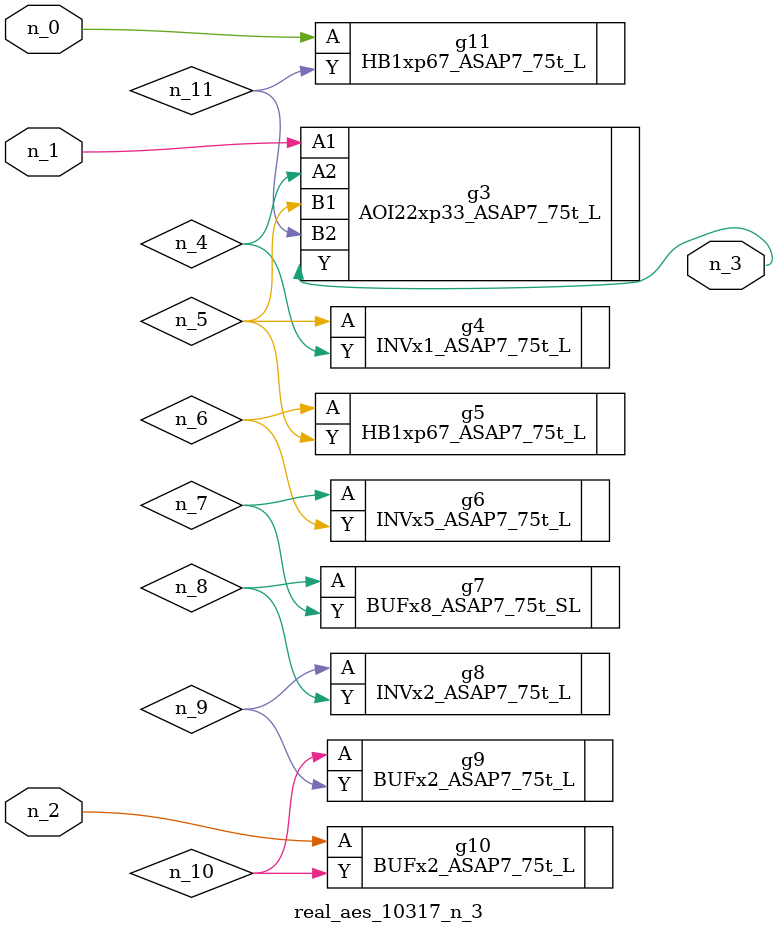
<source format=v>
module real_aes_10317_n_3 (n_0, n_2, n_1, n_3);
input n_0;
input n_2;
input n_1;
output n_3;
wire n_4;
wire n_5;
wire n_7;
wire n_8;
wire n_6;
wire n_9;
wire n_10;
wire n_11;
HB1xp67_ASAP7_75t_L g11 ( .A(n_0), .Y(n_11) );
AOI22xp33_ASAP7_75t_L g3 ( .A1(n_1), .A2(n_4), .B1(n_5), .B2(n_11), .Y(n_3) );
BUFx2_ASAP7_75t_L g10 ( .A(n_2), .Y(n_10) );
INVx1_ASAP7_75t_L g4 ( .A(n_5), .Y(n_4) );
HB1xp67_ASAP7_75t_L g5 ( .A(n_6), .Y(n_5) );
INVx5_ASAP7_75t_L g6 ( .A(n_7), .Y(n_6) );
BUFx8_ASAP7_75t_SL g7 ( .A(n_8), .Y(n_7) );
INVx2_ASAP7_75t_L g8 ( .A(n_9), .Y(n_8) );
BUFx2_ASAP7_75t_L g9 ( .A(n_10), .Y(n_9) );
endmodule
</source>
